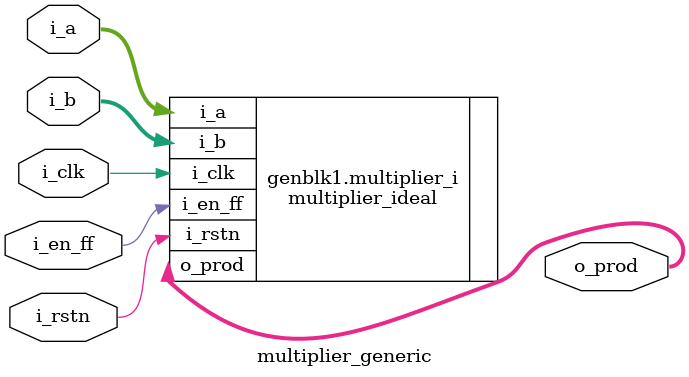
<source format=sv>


// https://solderpad.org/licenses/SHL-2.1/

// Unless required by applicable law or agreed to in writing, any work
// distributed under the License is distributed on an “AS IS” BASIS, WITHOUT
// WARRANTIES OR CONDITIONS OF ANY KIND, either express or implied. See the
// License for the specific language governing permissions and limitations
// under the License.

//
// Jordi Fornt <jfornt@bsc.es>

// ----------
// MACROS
// ----------

// --------------------
// MODULE DECLARATION
// --------------------

module multiplier_generic #(
    parameter MUL_TYPE = 0,
    parameter STAGES = 0,
    parameter SIGNED = 0,
    parameter M_APPROX = 0,
    parameter MM_APPROX = 0,
    parameter IA_W = 16,
    parameter IB_W = 16,
    localparam MUL_W = IA_W+IB_W
)(
    // Clk, RST
	input logic 				i_clk,
    input logic                 i_en_ff,
	input logic					i_rstn,

	// Data Inputs
    input  logic [IA_W-1:0]   	i_a,
	input  logic [IB_W-1:0]		i_b,
		
	// Data Outputs 
	output logic [MUL_W-1:0]  	o_prod
);

// ------------------------
// CONDITIONAL GENERATION
// ------------------------

generate

    // *********************************************************************
    // MULT TYPE 0 => Inferred Exact Multiplier
    // *********************************************************************

    if (MUL_TYPE == 0) begin

        // MULTIPLIER
        multiplier_ideal #(
                .SIGNED(SIGNED),
                .STAGES(STAGES),
                .IA_W(IA_W),
                .IB_W(IB_W),
                .MUL_W(MUL_W)
            ) multiplier_i
                (.i_clk		(i_clk),
                .i_rstn		(i_rstn),
                .i_en_ff    (i_en_ff),
                .i_a		(i_a),
                .i_b		(i_b),
                .o_prod		(o_prod));

    // *************************************************************
    // MULT TYPE 1 => Exact Wallace Multiplier
    // *************************************************************

    end else if (MUL_TYPE == 1) begin
        
        // MULTIPLIER
        multiplier_wallace #(
                .APPROX_TYPE(0),
                .SIGNED(SIGNED),
                .STAGES(STAGES),
                .IA_W(IA_W),
                .IB_W(IB_W),
                .MUL_W(MUL_W)
            ) multiplier_i
                (.i_clk		(i_clk),
                .i_rstn		(i_rstn),
                .i_en_ff    (i_en_ff),
                .i_a		(i_a),
                .i_b		(i_b),
                .o_prod		(o_prod));

    // *************************************************************
    // MULT TYPE 2 => Partial UDM Wallace Multiplier
    // *************************************************************

    end else if (MUL_TYPE == 2) begin
        
        // MULTIPLIER
        multiplier_wallace #(
                .APPROX_TYPE(1),
                .SIGNED(SIGNED),
                .STAGES(STAGES),
                .IA_W(IA_W),
                .IB_W(IB_W),
                .MUL_W(MUL_W)
            ) multiplier_i
                (.i_clk		(i_clk),
                .i_rstn		(i_rstn),
                .i_en_ff    (i_en_ff),
                .i_a		(i_a),
                .i_b		(i_b),
                .o_prod		(o_prod));

    // *************************************************************
    // MULT TYPE 3 => Full UDM Wallace Multiplier
    // *************************************************************

    end else if (MUL_TYPE == 3) begin
        
        // MULTIPLIER
        multiplier_wallace #(
                .APPROX_TYPE(2),
                .SIGNED(SIGNED),
                .STAGES(STAGES),
                .IA_W(IA_W),
                .IB_W(IB_W),
                .MUL_W(MUL_W)
            ) multiplier_i
                (.i_clk		(i_clk),
                .i_rstn		(i_rstn),
                .i_en_ff    (i_en_ff),
                .i_a		(i_a),
                .i_b		(i_b),
                .o_prod		(o_prod));

    // *************************************************************
    // MULT TYPE 4 => RADIX-4 EXACT BOOTH MULTIPLIER
    // *************************************************************

    end else if (MUL_TYPE == 4) begin

        // BOOTH MULTIPLIER INSTANTIATION
        multiplier_booth #(
                .APPROX_TYPE(0),
                .SIGNED(SIGNED),
                .M_APPROX(M_APPROX),
                .IA_W(IA_W),
                .IB_W(IB_W),
                .MUL_W(MUL_W)
            ) multiplier_i
                (.i_clk		(i_clk),
                .i_rstn		(i_rstn),
                .i_en_ff    (i_en_ff),
                .i_a		(i_a),
                .i_b		(i_b),
                .o_prod		(o_prod));

    // *************************************************************
    // MULT TYPE 5 => RADIX-4 APPROXIMATE BOOTH MULTIPLIER - M1
    // *************************************************************

    end else if (MUL_TYPE == 5) begin

        // BOOTH MULTIPLIER INSTANTIATION
        multiplier_booth #(
                .APPROX_TYPE(1),
                .SIGNED(SIGNED),
                .M_APPROX(M_APPROX),
                .IA_W(IA_W),
                .IB_W(IB_W),
                .MUL_W(MUL_W)
            ) multiplier_i
                (.i_clk		(i_clk),
                .i_rstn		(i_rstn),
                .i_en_ff    (i_en_ff),
                .i_a		(i_a),
                .i_b		(i_b),
                .o_prod		(o_prod));

    // *************************************************************
    // MULT TYPE 6 => RADIX-4 APPROXIMATE BOOTH MULTIPLIER - M3
    // *************************************************************

    end else if (MUL_TYPE == 6) begin

        // BOOTH MULTIPLIER INSTANTIATION
        multiplier_booth #(
                .APPROX_TYPE(2),
                .SIGNED(SIGNED),
                .M_APPROX(M_APPROX),
                .IA_W(IA_W),
                .IB_W(IB_W),
                .MUL_W(MUL_W)
            ) multiplier_i
                (.i_clk		(i_clk),
                .i_rstn		(i_rstn),
                .i_en_ff    (i_en_ff),
                .i_a		(i_a),
                .i_b		(i_b),
                .o_prod		(o_prod));

    // *************************************************************
    // MULT TYPE 7 => LOGARITHMIC MULTIPLIER
    // *************************************************************

    end else if (MUL_TYPE == 7) begin

        // LOG MULTIPLIER INSTANTIATION
        multiplier_log #(
                .APPROX_TYPE(0),
                .SIGNED(SIGNED),
                .M_APPROX(M_APPROX),
                .IA_W(IA_W),
                .IB_W(IB_W),
                .MUL_W(MUL_W)
            ) multiplier_i
                (.i_clk		(i_clk),
                .i_rstn		(i_rstn),
                .i_en_ff    (i_en_ff),
                .i_a		(i_a),
                .i_b		(i_b),
                .o_prod		(o_prod));

    // *************************************************************
    // MULT TYPE 8 => APPROX LOGARITHMIC MULTIPLIER - SOA
    // *************************************************************

    end else if (MUL_TYPE == 8) begin

        // LOG MULTIPLIER INSTANTIATION
        multiplier_log #(
                .APPROX_TYPE(1),
                .SIGNED(SIGNED),
                .M_APPROX(M_APPROX),
                .IA_W(IA_W),
                .IB_W(IB_W),
                .MUL_W(MUL_W)
            ) multiplier_i
                (.i_clk		(i_clk),
                .i_rstn		(i_rstn),
                .i_en_ff    (i_en_ff),
                .i_a		(i_a),
                .i_b		(i_b),
                .o_prod		(o_prod));

    // *************************************************************
    // MULT TYPE 9 => BROKEN ARRAY MULTIPLIER
    // *************************************************************

    end else if (MUL_TYPE == 9) begin

        // BAM MULTIPLIER INSTANTIATION
        multiplier_bam #(
                .SIGNED(SIGNED),
                .VBL(M_APPROX),
                .HBL(MM_APPROX),
                .IA_W(IA_W),
                .IB_W(IB_W),
                .MUL_W(MUL_W)
            ) multiplier_i
                (.i_clk		(i_clk),
                .i_rstn		(i_rstn),
                .i_en_ff    (i_en_ff),
                .i_a		(i_a),
                .i_b		(i_b),
                .o_prod		(o_prod));

    end

endgenerate

endmodule

</source>
